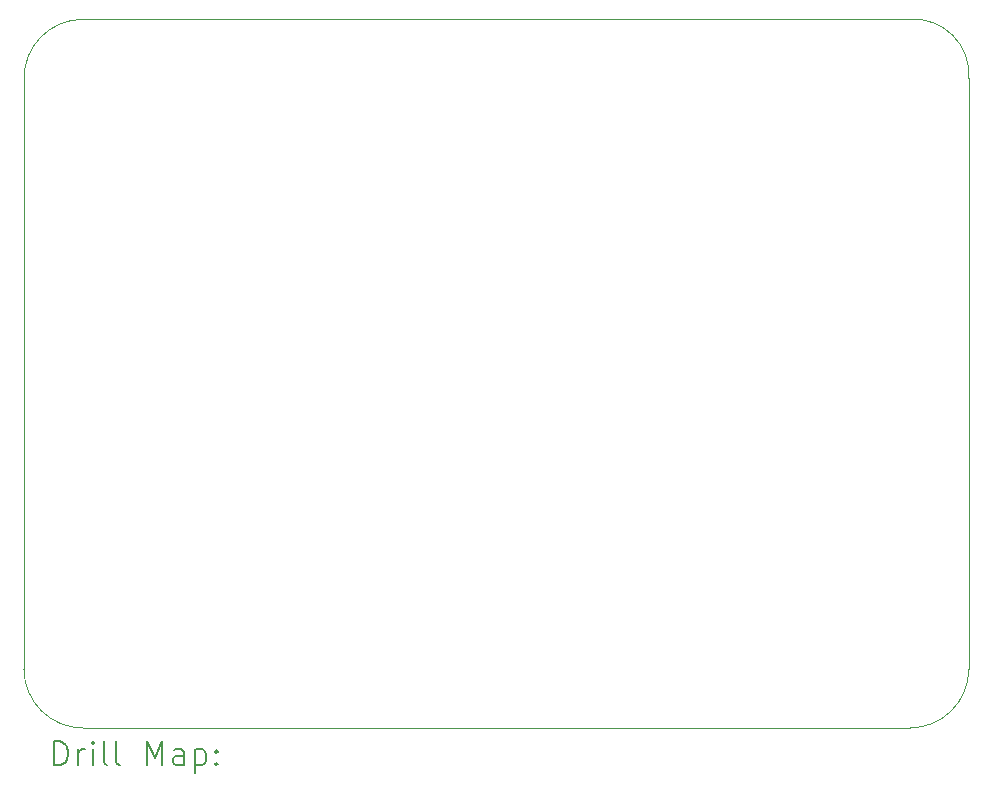
<source format=gbr>
%TF.GenerationSoftware,KiCad,Pcbnew,9.0.0*%
%TF.CreationDate,2025-03-25T18:59:23+01:00*%
%TF.ProjectId,HeatingBoard,48656174-696e-4674-926f-6172642e6b69,V1*%
%TF.SameCoordinates,Original*%
%TF.FileFunction,Drillmap*%
%TF.FilePolarity,Positive*%
%FSLAX45Y45*%
G04 Gerber Fmt 4.5, Leading zero omitted, Abs format (unit mm)*
G04 Created by KiCad (PCBNEW 9.0.0) date 2025-03-25 18:59:23*
%MOMM*%
%LPD*%
G01*
G04 APERTURE LIST*
%ADD10C,0.050000*%
%ADD11C,0.200000*%
G04 APERTURE END LIST*
D10*
X18500000Y-7000000D02*
G75*
G02*
X19000000Y-7500000I33510J-466490D01*
G01*
X11500000Y-7000000D02*
X18500000Y-7000000D01*
X11500000Y-13000000D02*
X18500000Y-13000000D01*
X11500000Y-13000000D02*
G75*
G02*
X11000000Y-12500000I0J500000D01*
G01*
X19000000Y-12500000D02*
G75*
G02*
X18500000Y-13000000I-500000J0D01*
G01*
X11000000Y-12500000D02*
X11000000Y-7500000D01*
X19000000Y-7500000D02*
X19000000Y-12500000D01*
X11000000Y-7500000D02*
G75*
G02*
X11500000Y-7000000I500000J0D01*
G01*
D11*
X11258277Y-13313984D02*
X11258277Y-13113984D01*
X11258277Y-13113984D02*
X11305896Y-13113984D01*
X11305896Y-13113984D02*
X11334467Y-13123508D01*
X11334467Y-13123508D02*
X11353515Y-13142555D01*
X11353515Y-13142555D02*
X11363039Y-13161603D01*
X11363039Y-13161603D02*
X11372562Y-13199698D01*
X11372562Y-13199698D02*
X11372562Y-13228269D01*
X11372562Y-13228269D02*
X11363039Y-13266365D01*
X11363039Y-13266365D02*
X11353515Y-13285412D01*
X11353515Y-13285412D02*
X11334467Y-13304460D01*
X11334467Y-13304460D02*
X11305896Y-13313984D01*
X11305896Y-13313984D02*
X11258277Y-13313984D01*
X11458277Y-13313984D02*
X11458277Y-13180650D01*
X11458277Y-13218746D02*
X11467801Y-13199698D01*
X11467801Y-13199698D02*
X11477324Y-13190174D01*
X11477324Y-13190174D02*
X11496372Y-13180650D01*
X11496372Y-13180650D02*
X11515420Y-13180650D01*
X11582086Y-13313984D02*
X11582086Y-13180650D01*
X11582086Y-13113984D02*
X11572562Y-13123508D01*
X11572562Y-13123508D02*
X11582086Y-13133031D01*
X11582086Y-13133031D02*
X11591610Y-13123508D01*
X11591610Y-13123508D02*
X11582086Y-13113984D01*
X11582086Y-13113984D02*
X11582086Y-13133031D01*
X11705896Y-13313984D02*
X11686848Y-13304460D01*
X11686848Y-13304460D02*
X11677324Y-13285412D01*
X11677324Y-13285412D02*
X11677324Y-13113984D01*
X11810658Y-13313984D02*
X11791610Y-13304460D01*
X11791610Y-13304460D02*
X11782086Y-13285412D01*
X11782086Y-13285412D02*
X11782086Y-13113984D01*
X12039229Y-13313984D02*
X12039229Y-13113984D01*
X12039229Y-13113984D02*
X12105896Y-13256841D01*
X12105896Y-13256841D02*
X12172562Y-13113984D01*
X12172562Y-13113984D02*
X12172562Y-13313984D01*
X12353515Y-13313984D02*
X12353515Y-13209222D01*
X12353515Y-13209222D02*
X12343991Y-13190174D01*
X12343991Y-13190174D02*
X12324943Y-13180650D01*
X12324943Y-13180650D02*
X12286848Y-13180650D01*
X12286848Y-13180650D02*
X12267801Y-13190174D01*
X12353515Y-13304460D02*
X12334467Y-13313984D01*
X12334467Y-13313984D02*
X12286848Y-13313984D01*
X12286848Y-13313984D02*
X12267801Y-13304460D01*
X12267801Y-13304460D02*
X12258277Y-13285412D01*
X12258277Y-13285412D02*
X12258277Y-13266365D01*
X12258277Y-13266365D02*
X12267801Y-13247317D01*
X12267801Y-13247317D02*
X12286848Y-13237793D01*
X12286848Y-13237793D02*
X12334467Y-13237793D01*
X12334467Y-13237793D02*
X12353515Y-13228269D01*
X12448753Y-13180650D02*
X12448753Y-13380650D01*
X12448753Y-13190174D02*
X12467801Y-13180650D01*
X12467801Y-13180650D02*
X12505896Y-13180650D01*
X12505896Y-13180650D02*
X12524943Y-13190174D01*
X12524943Y-13190174D02*
X12534467Y-13199698D01*
X12534467Y-13199698D02*
X12543991Y-13218746D01*
X12543991Y-13218746D02*
X12543991Y-13275888D01*
X12543991Y-13275888D02*
X12534467Y-13294936D01*
X12534467Y-13294936D02*
X12524943Y-13304460D01*
X12524943Y-13304460D02*
X12505896Y-13313984D01*
X12505896Y-13313984D02*
X12467801Y-13313984D01*
X12467801Y-13313984D02*
X12448753Y-13304460D01*
X12629705Y-13294936D02*
X12639229Y-13304460D01*
X12639229Y-13304460D02*
X12629705Y-13313984D01*
X12629705Y-13313984D02*
X12620182Y-13304460D01*
X12620182Y-13304460D02*
X12629705Y-13294936D01*
X12629705Y-13294936D02*
X12629705Y-13313984D01*
X12629705Y-13190174D02*
X12639229Y-13199698D01*
X12639229Y-13199698D02*
X12629705Y-13209222D01*
X12629705Y-13209222D02*
X12620182Y-13199698D01*
X12620182Y-13199698D02*
X12629705Y-13190174D01*
X12629705Y-13190174D02*
X12629705Y-13209222D01*
M02*

</source>
